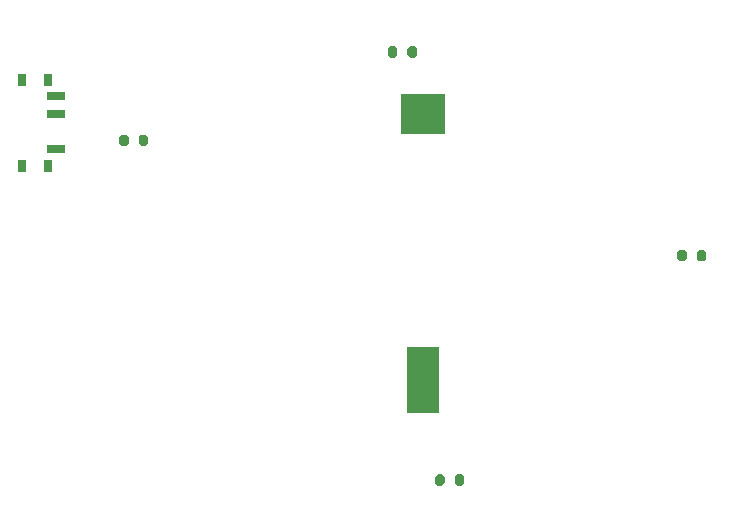
<source format=gbr>
%TF.GenerationSoftware,KiCad,Pcbnew,(5.1.10)-1*%
%TF.CreationDate,2021-10-20T09:15:12+02:00*%
%TF.ProjectId,TVZ_kuglica,54565a5f-6b75-4676-9c69-63612e6b6963,rev?*%
%TF.SameCoordinates,Original*%
%TF.FileFunction,Paste,Bot*%
%TF.FilePolarity,Positive*%
%FSLAX46Y46*%
G04 Gerber Fmt 4.6, Leading zero omitted, Abs format (unit mm)*
G04 Created by KiCad (PCBNEW (5.1.10)-1) date 2021-10-20 09:15:12*
%MOMM*%
%LPD*%
G01*
G04 APERTURE LIST*
%ADD10R,1.500000X0.700000*%
%ADD11R,0.800000X1.000000*%
%ADD12R,3.800000X3.500000*%
%ADD13R,2.800000X5.700000*%
G04 APERTURE END LIST*
D10*
%TO.C,SW1*%
X105930000Y-102000000D03*
X105930000Y-99000000D03*
X105930000Y-97500000D03*
D11*
X103070000Y-103400000D03*
X103070000Y-96100000D03*
X105280000Y-96100000D03*
X105280000Y-103400000D03*
%TD*%
D12*
%TO.C,BT1*%
X137000000Y-99000000D03*
D13*
X137000000Y-121500000D03*
%TD*%
%TO.C,R1*%
G36*
G01*
X111275000Y-101525000D02*
X111275000Y-100975000D01*
G75*
G02*
X111475000Y-100775000I200000J0D01*
G01*
X111875000Y-100775000D01*
G75*
G02*
X112075000Y-100975000I0J-200000D01*
G01*
X112075000Y-101525000D01*
G75*
G02*
X111875000Y-101725000I-200000J0D01*
G01*
X111475000Y-101725000D01*
G75*
G02*
X111275000Y-101525000I0J200000D01*
G01*
G37*
G36*
G01*
X112925000Y-101525000D02*
X112925000Y-100975000D01*
G75*
G02*
X113125000Y-100775000I200000J0D01*
G01*
X113525000Y-100775000D01*
G75*
G02*
X113725000Y-100975000I0J-200000D01*
G01*
X113725000Y-101525000D01*
G75*
G02*
X113525000Y-101725000I-200000J0D01*
G01*
X113125000Y-101725000D01*
G75*
G02*
X112925000Y-101525000I0J200000D01*
G01*
G37*
%TD*%
%TO.C,R2*%
G36*
G01*
X160175000Y-111275000D02*
X160175000Y-110725000D01*
G75*
G02*
X160375000Y-110525000I200000J0D01*
G01*
X160775000Y-110525000D01*
G75*
G02*
X160975000Y-110725000I0J-200000D01*
G01*
X160975000Y-111275000D01*
G75*
G02*
X160775000Y-111475000I-200000J0D01*
G01*
X160375000Y-111475000D01*
G75*
G02*
X160175000Y-111275000I0J200000D01*
G01*
G37*
G36*
G01*
X158525000Y-111275000D02*
X158525000Y-110725000D01*
G75*
G02*
X158725000Y-110525000I200000J0D01*
G01*
X159125000Y-110525000D01*
G75*
G02*
X159325000Y-110725000I0J-200000D01*
G01*
X159325000Y-111275000D01*
G75*
G02*
X159125000Y-111475000I-200000J0D01*
G01*
X158725000Y-111475000D01*
G75*
G02*
X158525000Y-111275000I0J200000D01*
G01*
G37*
%TD*%
%TO.C,R3*%
G36*
G01*
X134025000Y-94025000D02*
X134025000Y-93475000D01*
G75*
G02*
X134225000Y-93275000I200000J0D01*
G01*
X134625000Y-93275000D01*
G75*
G02*
X134825000Y-93475000I0J-200000D01*
G01*
X134825000Y-94025000D01*
G75*
G02*
X134625000Y-94225000I-200000J0D01*
G01*
X134225000Y-94225000D01*
G75*
G02*
X134025000Y-94025000I0J200000D01*
G01*
G37*
G36*
G01*
X135675000Y-94025000D02*
X135675000Y-93475000D01*
G75*
G02*
X135875000Y-93275000I200000J0D01*
G01*
X136275000Y-93275000D01*
G75*
G02*
X136475000Y-93475000I0J-200000D01*
G01*
X136475000Y-94025000D01*
G75*
G02*
X136275000Y-94225000I-200000J0D01*
G01*
X135875000Y-94225000D01*
G75*
G02*
X135675000Y-94025000I0J200000D01*
G01*
G37*
%TD*%
%TO.C,R4*%
G36*
G01*
X138025000Y-130275000D02*
X138025000Y-129725000D01*
G75*
G02*
X138225000Y-129525000I200000J0D01*
G01*
X138625000Y-129525000D01*
G75*
G02*
X138825000Y-129725000I0J-200000D01*
G01*
X138825000Y-130275000D01*
G75*
G02*
X138625000Y-130475000I-200000J0D01*
G01*
X138225000Y-130475000D01*
G75*
G02*
X138025000Y-130275000I0J200000D01*
G01*
G37*
G36*
G01*
X139675000Y-130275000D02*
X139675000Y-129725000D01*
G75*
G02*
X139875000Y-129525000I200000J0D01*
G01*
X140275000Y-129525000D01*
G75*
G02*
X140475000Y-129725000I0J-200000D01*
G01*
X140475000Y-130275000D01*
G75*
G02*
X140275000Y-130475000I-200000J0D01*
G01*
X139875000Y-130475000D01*
G75*
G02*
X139675000Y-130275000I0J200000D01*
G01*
G37*
%TD*%
M02*

</source>
